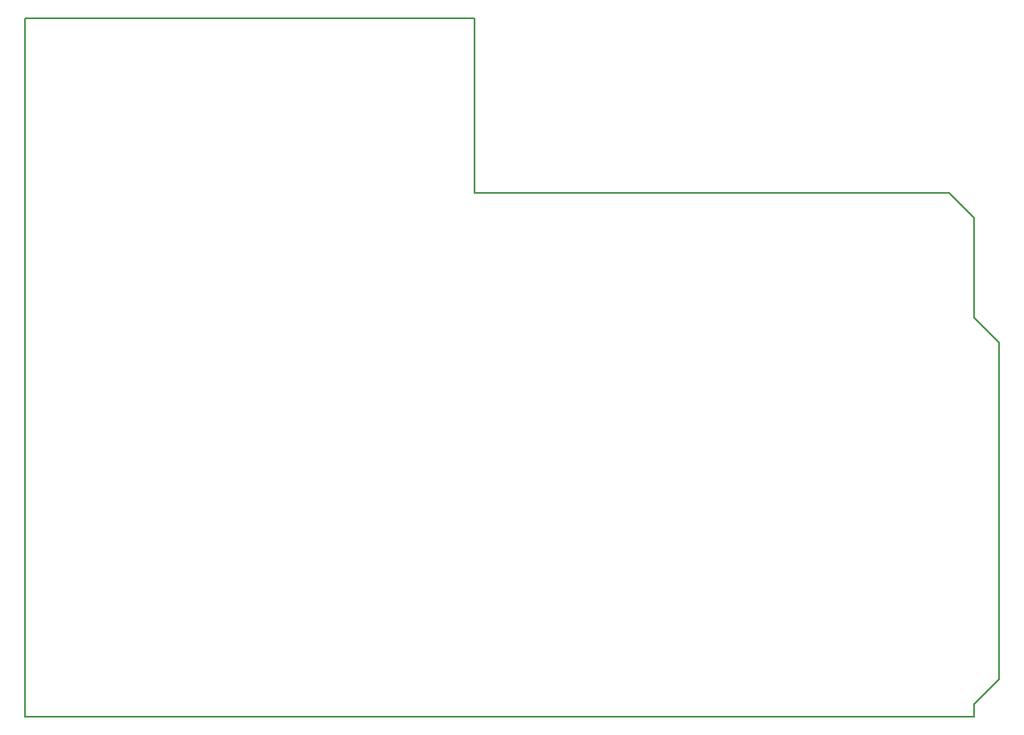
<source format=gbr>
G04 #@! TF.GenerationSoftware,KiCad,Pcbnew,(5.1.9)-1*
G04 #@! TF.CreationDate,2021-09-09T14:46:22-06:00*
G04 #@! TF.ProjectId,standby_controller,7374616e-6462-4795-9f63-6f6e74726f6c,rev?*
G04 #@! TF.SameCoordinates,Original*
G04 #@! TF.FileFunction,Profile,NP*
%FSLAX46Y46*%
G04 Gerber Fmt 4.6, Leading zero omitted, Abs format (unit mm)*
G04 Created by KiCad (PCBNEW (5.1.9)-1) date 2021-09-09 14:46:22*
%MOMM*%
%LPD*%
G01*
G04 APERTURE LIST*
G04 #@! TA.AperFunction,Profile*
%ADD10C,0.150000*%
G04 #@! TD*
G04 APERTURE END LIST*
D10*
X105918000Y-50546000D02*
X105918000Y-68326000D01*
X151638000Y-50546000D02*
X105918000Y-50546000D01*
X151638000Y-68326000D02*
X151638000Y-50546000D01*
X199898000Y-68326000D02*
X151638000Y-68326000D01*
X105918000Y-121666000D02*
X202438000Y-121666000D01*
X105918000Y-121666000D02*
X105918000Y-68326000D01*
X202438000Y-120396000D02*
X202438000Y-121666000D01*
X204978000Y-117856000D02*
X202438000Y-120396000D01*
X204978000Y-83566000D02*
X204978000Y-117856000D01*
X202438000Y-81026000D02*
X204978000Y-83566000D01*
X202438000Y-70866000D02*
X202438000Y-81026000D01*
X199898000Y-68326000D02*
X202438000Y-70866000D01*
M02*

</source>
